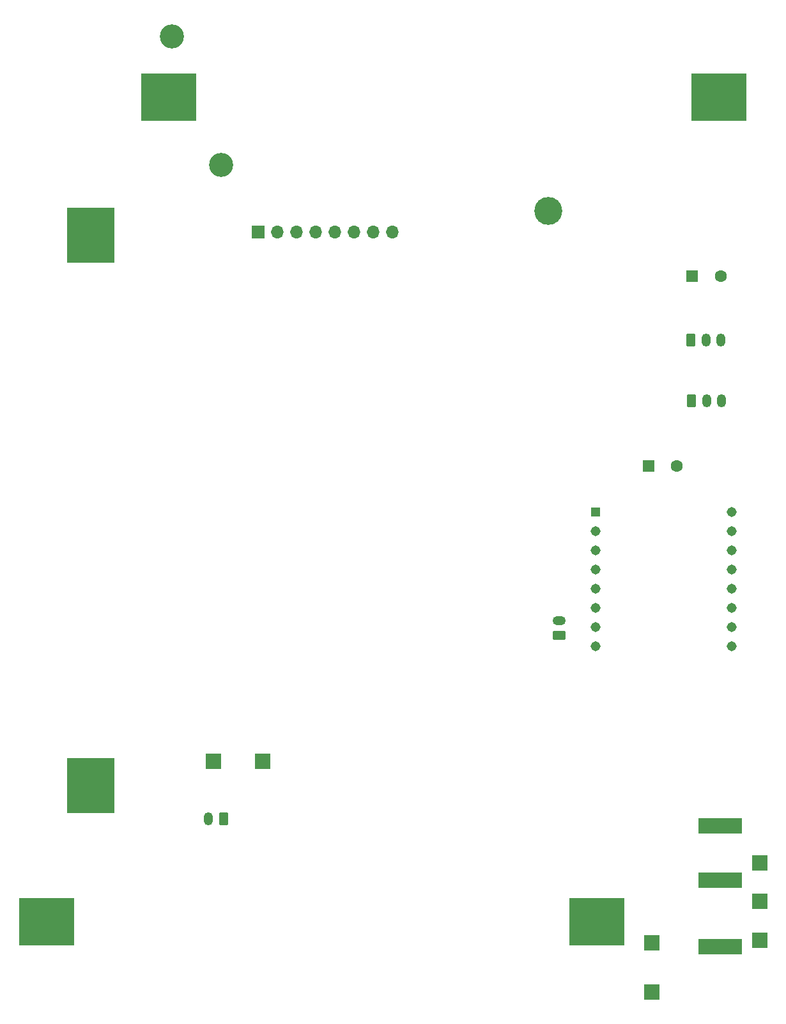
<source format=gts>
%TF.GenerationSoftware,KiCad,Pcbnew,(6.0.2)*%
%TF.CreationDate,2022-04-22T14:35:52+01:00*%
%TF.ProjectId,DiscAdventure,44697363-4164-4766-956e-747572652e6b,rev?*%
%TF.SameCoordinates,Original*%
%TF.FileFunction,Soldermask,Top*%
%TF.FilePolarity,Negative*%
%FSLAX46Y46*%
G04 Gerber Fmt 4.6, Leading zero omitted, Abs format (unit mm)*
G04 Created by KiCad (PCBNEW (6.0.2)) date 2022-04-22 14:35:52*
%MOMM*%
%LPD*%
G01*
G04 APERTURE LIST*
G04 Aperture macros list*
%AMRoundRect*
0 Rectangle with rounded corners*
0 $1 Rounding radius*
0 $2 $3 $4 $5 $6 $7 $8 $9 X,Y pos of 4 corners*
0 Add a 4 corners polygon primitive as box body*
4,1,4,$2,$3,$4,$5,$6,$7,$8,$9,$2,$3,0*
0 Add four circle primitives for the rounded corners*
1,1,$1+$1,$2,$3*
1,1,$1+$1,$4,$5*
1,1,$1+$1,$6,$7*
1,1,$1+$1,$8,$9*
0 Add four rect primitives between the rounded corners*
20,1,$1+$1,$2,$3,$4,$5,0*
20,1,$1+$1,$4,$5,$6,$7,0*
20,1,$1+$1,$6,$7,$8,$9,0*
20,1,$1+$1,$8,$9,$2,$3,0*%
G04 Aperture macros list end*
%ADD10R,7.340000X6.350000*%
%ADD11RoundRect,0.250000X-0.350000X-0.625000X0.350000X-0.625000X0.350000X0.625000X-0.350000X0.625000X0*%
%ADD12O,1.200000X1.750000*%
%ADD13R,2.000000X2.000000*%
%ADD14C,3.700000*%
%ADD15C,3.200000*%
%ADD16R,5.750000X2.000000*%
%ADD17R,6.350000X7.340000*%
%ADD18O,1.750000X1.200000*%
%ADD19RoundRect,0.250000X0.625000X-0.350000X0.625000X0.350000X-0.625000X0.350000X-0.625000X-0.350000X0*%
%ADD20R,1.308000X1.308000*%
%ADD21C,1.308000*%
%ADD22R,1.600000X1.600000*%
%ADD23C,1.600000*%
%ADD24RoundRect,0.250000X0.350000X0.625000X-0.350000X0.625000X-0.350000X-0.625000X0.350000X-0.625000X0*%
%ADD25R,1.700000X1.700000*%
%ADD26O,1.700000X1.700000*%
G04 APERTURE END LIST*
D10*
%TO.C,BT2*%
X63050000Y-36000000D03*
X135950000Y-36000000D03*
%TD*%
D11*
%TO.C,J7*%
X132310547Y-76209849D03*
D12*
X134310547Y-76209849D03*
X136310547Y-76209849D03*
%TD*%
D13*
%TO.C,SW2*%
X127018655Y-148062279D03*
X127018655Y-154562279D03*
%TD*%
D14*
%TO.C,H3*%
X113361260Y-51094373D03*
%TD*%
D15*
%TO.C,H1*%
X70000000Y-45000000D03*
%TD*%
D16*
%TO.C,SW3*%
X136095000Y-148575000D03*
X136095000Y-132575000D03*
X136095000Y-139775000D03*
%TD*%
D17*
%TO.C,BT4*%
X52695980Y-54342500D03*
X52695980Y-127242500D03*
%TD*%
D13*
%TO.C,SW1*%
X75500000Y-124000000D03*
X69000000Y-124000000D03*
%TD*%
D18*
%TO.C,J4*%
X114810685Y-105338400D03*
D19*
X114810685Y-107338400D03*
%TD*%
D20*
%TO.C,U3*%
X119639919Y-90949918D03*
D21*
X119639919Y-93489918D03*
X119639919Y-96029918D03*
X119639919Y-98569918D03*
X119639919Y-101109918D03*
X119639919Y-103649918D03*
X119639919Y-106189918D03*
X119639919Y-108729918D03*
X137673919Y-108729918D03*
X137673919Y-106189918D03*
X137673919Y-103649918D03*
X137673919Y-101109918D03*
X137673919Y-98569918D03*
X137673919Y-96029918D03*
X137673919Y-93489918D03*
X137673919Y-90949918D03*
%TD*%
D22*
%TO.C,C5*%
X132395653Y-59736399D03*
D23*
X136195653Y-59736399D03*
%TD*%
D22*
%TO.C,C10*%
X126589380Y-84852481D03*
D23*
X130389380Y-84852481D03*
%TD*%
D11*
%TO.C,J3*%
X132235718Y-68165801D03*
D12*
X134235718Y-68165801D03*
X136235718Y-68165801D03*
%TD*%
D13*
%TO.C,SW4*%
X141383443Y-137414212D03*
X141383443Y-147714212D03*
X141383443Y-142564212D03*
%TD*%
D24*
%TO.C,J8*%
X70310685Y-131645667D03*
D12*
X68310685Y-131645667D03*
%TD*%
D15*
%TO.C,H2*%
X63500000Y-28000000D03*
%TD*%
D10*
%TO.C,BT1*%
X46842500Y-145250000D03*
X119742500Y-145250000D03*
%TD*%
D25*
%TO.C,J2*%
X74907839Y-53872651D03*
D26*
X77447839Y-53872651D03*
X79987839Y-53872651D03*
X82527839Y-53872651D03*
X85067839Y-53872651D03*
X87607839Y-53872651D03*
X90147839Y-53872651D03*
X92687839Y-53872651D03*
%TD*%
M02*

</source>
